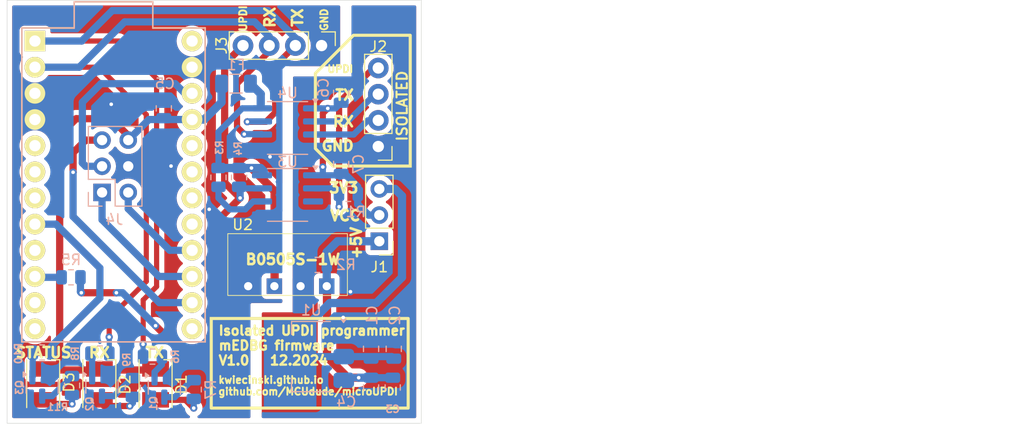
<source format=kicad_pcb>
(kicad_pcb (version 20240108) (generator "pcbnew") (generator_version "8.0")
  (layers (0 "F.Cu" signal) (31 "B.Cu" signal) (34 "B.Paste" user) (35 "F.Paste" user) (36 "B.SilkS" user "B.Silkscreen") (37 "F.SilkS" user "F.Silkscreen") (38 "B.Mask" user) (39 "F.Mask" user) (44 "Edge.Cuts" user))
  (net 0 "")
  (net 1 "GND")
  (net 2 "+5V_ISO")
  (net 3 "+5V")
  (net 4 "UPDI")
  (net 5 "TX")
  (net 6 "RX")
  (net 7 "MOSI")
  (net 8 "MISO")
  (net 9 "CLK")
  (net 10 "RST_ATMEGA")
  (net 11 "STATUS")
  (net 12 "/3V3")
  (net 13 "/VCC")
  (net 14 "/UPDI_ISO")
  (net 15 "/RX_ISO")
  (net 16 "/TX_ISO")
  (net 17 "Net-(D1-K)")
  (net 18 "Net-(D2-K)")
  (net 19 "Net-(D3-K)")
  (net 20 "Net-(U2-VIN)")
  (net 21 "Net-(Q1-B)")
  (net 22 "Net-(Q1-C)")
  (net 23 "Net-(Q2-B)")
  (net 24 "Net-(Q2-C)")
  (net 25 "Net-(Q3-B)")
  (net 26 "Net-(Q3-C)")
  (net 27 "Net-(U3-SCL2)")
  (net 28 "Net-(U5-E6)")
  (net 35 "unconnected-(U5-F7-Pad17)")
  (footprint "promicro:ProMicro" (layer "F.Cu") (at 126.32 67.93 -90)
    (property "Reference" "U5" (hide yes))
    (property "Value" "ProMicro")
    (pad "1" thru_hole rect (at -13.97 7.62 270) (size 2 2) (drill 1.1) (layers "*.Cu" "*.Mask" "F.SilkS") (net 5 "TX"))
    (pad "2" thru_hole circle (at -11.43 7.62 270) (size 2 2) (drill 1.1) (layers "*.Cu" "*.Mask" "F.SilkS") (net 6 "RX"))
    (pad "3" thru_hole circle (at -8.89 7.62 270) (size 2 2) (drill 1.1) (layers "*.Cu" "*.Mask" "F.SilkS") (net 1 "GND"))
    (pad "4" thru_hole circle (at -6.35 7.62 270) (size 2 2) (drill 1.1) (layers "*.Cu" "*.Mask" "F.SilkS") (net 1 "GND"))
    (pad "5" thru_hole circle (at -3.81 7.62 270) (size 2 2) (drill 1.1) (layers "*.Cu" "*.Mask" "F.SilkS"))
    (pad "6" thru_hole circle (at -1.27 7.62 270) (size 2 2) (drill 1.1) (layers "*.Cu" "*.Mask" "F.SilkS"))
    (pad "7" thru_hole circle (at 1.27 7.62 270) (size 2 2) (drill 1.1) (layers "*.Cu" "*.Mask" "F.SilkS"))
    (pad "8" thru_hole circle (at 3.81 7.62 270) (size 2 2) (drill 1.1) (layers "*.Cu" "*.Mask" "F.SilkS") (net 11 "STATUS"))
    (pad "9" thru_hole circle (at 6.35 7.62 270) (size 2 2) (drill 1.1) (layers "*.Cu" "*.Mask" "F.SilkS"))
    (pad "10" thru_hole circle (at 8.89 7.62 270) (size 2 2) (drill 1.1) (layers "*.Cu" "*.Mask" "F.SilkS") (net 28 "Net-(U5-E6)"))
    (pad "11" thru_hole circle (at 11.43 7.62 270) (size 2 2) (drill 1.1) (layers "*.Cu" "*.Mask" "F.SilkS"))
    (pad "12" thru_hole circle (at 13.97 7.62 270) (size 2 2) (drill 1.1) (layers "*.Cu" "*.Mask" "F.SilkS"))
    (pad "13" thru_hole circle (at 13.97 -7.62 270) (size 2 2) (drill 1.1) (layers "*.Cu" "*.Mask" "F.SilkS"))
    (pad "14" thru_hole circle (at 11.43 -7.62 270) (size 2 2) (drill 1.1) (layers "*.Cu" "*.Mask" "F.SilkS") (net 7 "MOSI"))
    (pad "15" thru_hole circle (at 8.89 -7.62 270) (size 2 2) (drill 1.1) (layers "*.Cu" "*.Mask" "F.SilkS") (net 8 "MISO"))
    (pad "16" thru_hole circle (at 6.35 -7.62 270) (size 2 2) (drill 1.1) (layers "*.Cu" "*.Mask" "F.SilkS") (net 9 "CLK"))
    (pad "17" thru_hole circle (at 3.81 -7.62 270) (size 2 2) (drill 1.1) (layers "*.Cu" "*.Mask" "F.SilkS") (net 35 "unconnected-(U5-F7-Pad17)"))
    (pad "18" thru_hole circle (at 1.27 -7.62 270) (size 2 2) (drill 1.1) (layers "*.Cu" "*.Mask" "F.SilkS"))
    (pad "19" thru_hole circle (at -1.27 -7.62 270) (size 2 2) (drill 1.1) (layers "*.Cu" "*.Mask" "F.SilkS"))
    (pad "20" thru_hole circle (at -3.81 -7.62 270) (size 2 2) (drill 1.1) (layers "*.Cu" "*.Mask" "F.SilkS"))
    (pad "21" thru_hole circle (at -6.35 -7.62 270) (size 2 2) (drill 1.1) (layers "*.Cu" "*.Mask" "F.SilkS") (net 3 "+5V"))
    (pad "22" thru_hole circle (at -8.89 -7.62 270) (size 2 2) (drill 1.1) (layers "*.Cu" "*.Mask" "F.SilkS") (net 10 "RST_ATMEGA"))
    (pad "23" thru_hole circle (at -11.43 -7.62 270) (size 2 2) (drill 1.1) (layers "*.Cu" "*.Mask" "F.SilkS") (net 1 "GND"))
    (pad "24" thru_hole circle (at -13.97 -7.62 270) (size 2 2) (drill 1.1) (layers "*.Cu" "*.Mask" "F.SilkS"))
  )
  (footprint "LED_SMD:LED_PLCC-2_3.4x3.0mm_AK" (layer "F.Cu") (at 130.4 87.3 -90)
    (property "Reference" "D1" (at 0 -2.5 90) (layer "F.SilkS"))
    (property "Value" "TX")
    (pad "1" smd rect (at 1.5 0 270) (size 1.5 2.6) (layers "F.Cu" "F.Paste" "F.Mask") (net 17 "Net-(D1-K)"))
    (pad "2" smd rect (at -1.5 0 270) (size 1.5 2.6) (layers "F.Cu" "F.Paste" "F.Mask") (net 3 "+5V"))
  )
  (footprint "My-Footprints-connectors:PinHeader_1x04_P2.54mm_Vertical_littleBigger" (layer "F.Cu") (at 146.5 54.4 -90)
    (property "Reference" "J3" (at 0 9.7 90) (layer "F.SilkS"))
    (property "Value" "UPDI")
    (pad "1" thru_hole rect (at 0 0 270) (size 2 2) (drill 1.1) (layers "*.Cu" "*.Mask") (net 1 "GND"))
    (pad "2" thru_hole oval (at 0 2.54 270) (size 2 2) (drill 1.1) (layers "*.Cu" "*.Mask") (net 5 "TX"))
    (pad "3" thru_hole oval (at 0 5.08 270) (size 2 2) (drill 1.1) (layers "*.Cu" "*.Mask") (net 6 "RX"))
    (pad "4" thru_hole oval (at 0 7.62 270) (size 2 2) (drill 1.1) (layers "*.Cu" "*.Mask") (net 4 "UPDI"))
  )
  (footprint "LED_SMD:LED_PLCC-2_3.4x3.0mm_AK" (layer "F.Cu") (at 124.95 87.3 -90)
    (property "Reference" "D2" (at 0 -2.5 90) (layer "F.SilkS"))
    (property "Value" "RX")
    (pad "1" smd rect (at 1.5 0 270) (size 1.5 2.6) (layers "F.Cu" "F.Paste" "F.Mask") (net 18 "Net-(D2-K)"))
    (pad "2" smd rect (at -1.5 0 270) (size 1.5 2.6) (layers "F.Cu" "F.Paste" "F.Mask") (net 3 "+5V"))
  )
  (footprint "My-Footprints:B0505S" (layer "F.Cu") (at 148.9625 78.6625 180)
    (property "Reference" "U2" (at 10.112501 6.862503 0) (layer "F.SilkS"))
    (property "Value" "B0505S-1W")
    (pad "1" thru_hole rect (at 9.58 0.9 180) (size 1.5 1.5) (drill 0.8) (layers "*.Cu" "*.Mask") (net 1 "GND"))
    (pad "2" thru_hole rect (at 7.04 0.9 180) (size 1.5 1.5) (drill 0.8) (layers "*.Cu" "*.Mask") (net 20 "Net-(U2-VIN)"))
    (pad "3" thru_hole rect (at 4.5 0.9 180) (size 1.5 1.5) (drill 0.8) (layers "*.Cu" "*.Mask") (net 1 "GND"))
    (pad "4" thru_hole rect (at 1.96 0.9 180) (size 1.5 1.5) (drill 0.8) (layers "*.Cu" "*.Mask") (net 2 "+5V_ISO"))
  )
  (footprint "Connector_PinHeader_2.54mm:PinHeader_1x03_P2.54mm_Vertical" (layer "F.Cu") (at 152.1 73.4 180)
    (property "Reference" "J1" (at 0 -2.5 180) (layer "F.SilkS"))
    (property "Value" "SUPPLY_VOLTAGE_SWITCH")
    (pad "1" thru_hole rect (at 0 0 180) (size 1.7 1.7) (drill 1) (layers "*.Cu" "*.Mask") (net 2 "+5V_ISO"))
    (pad "2" thru_hole oval (at 0 2.54 180) (size 1.7 1.7) (drill 1) (layers "*.Cu" "*.Mask") (net 13 "/VCC"))
    (pad "3" thru_hole oval (at 0 5.08 180) (size 1.7 1.7) (drill 1) (layers "*.Cu" "*.Mask") (net 12 "/3V3"))
  )
  (footprint "LED_SMD:LED_PLCC-2_3.4x3.0mm_AK" (layer "F.Cu") (at 119.5 87.3 -90)
    (property "Reference" "D3" (at -0.2 -2.5 -90) (layer "F.SilkS"))
    (property "Value" "STATUS")
    (pad "1" smd rect (at 1.5 0 270) (size 1.5 2.6) (layers "F.Cu" "F.Paste" "F.Mask") (net 19 "Net-(D3-K)"))
    (pad "2" smd rect (at -1.5 0 270) (size 1.5 2.6) (layers "F.Cu" "F.Paste" "F.Mask") (net 3 "+5V"))
  )
  (footprint "My-Footprints-connectors:PinHeader_1x04_P2.54mm_Vertical_littleBigger" (layer "F.Cu") (at 152 64.2 180)
    (property "Reference" "J2" (at 0 9.7 0) (layer "F.SilkS"))
    (property "Value" "UPDI_ISO")
    (pad "1" thru_hole rect (at 0 0 180) (size 2 2) (drill 1.1) (layers "*.Cu" "*.Mask") (net 1 "GND"))
    (pad "2" thru_hole oval (at 0 2.54 180) (size 2 2) (drill 1.1) (layers "*.Cu" "*.Mask") (net 15 "/RX_ISO"))
    (pad "3" thru_hole oval (at 0 5.08 180) (size 2 2) (drill 1.1) (layers "*.Cu" "*.Mask") (net 16 "/TX_ISO"))
    (pad "4" thru_hole oval (at 0 7.62 180) (size 2 2) (drill 1.1) (layers "*.Cu" "*.Mask") (net 14 "/UPDI_ISO"))
  )
  (footprint "Package_TO_SOT_SMD:SOT-23" (layer "B.Cu") (at 125.2 87.5 -90)
    (property "Reference" "Q2" (at 1.7 1.2 90) (layer "B.SilkS") (effects (font (size 0.7 0.7)) (justify mirror)))
    (property "Value" "BC817")
    (pad "1" smd roundrect (at -0.9375 0.95 270) (size 1.475 0.6) (layers "B.Cu" "B.Paste" "B.Mask") (net 23 "Net-(Q2-B)"))
    (pad "2" smd roundrect (at -0.9375 -0.95 270) (size 1.475 0.6) (layers "B.Cu" "B.Paste" "B.Mask") (net 1 "GND"))
    (pad "3" smd roundrect (at 0.9375 0 270) (size 1.475 0.6) (layers "B.Cu" "B.Paste" "B.Mask") (net 24 "Net-(Q2-C)"))
  )
  (footprint "Capacitor_SMD:C_0805_2012Metric" (layer "B.Cu") (at 151.3 83.85 90)
    (property "Reference" "C1" (at 3.25 0.1 -90) (layer "B.SilkS") (effects (justify mirror)))
    (property "Value" "1u")
    (pad "1" smd roundrect (at -0.95 0 90) (size 1 1.45) (layers "B.Cu" "B.Paste" "B.Mask") (net 12 "/3V3"))
    (pad "2" smd roundrect (at 0.95 0 90) (size 1 1.45) (layers "B.Cu" "B.Paste" "B.Mask") (net 1 "GND"))
  )
  (footprint "Resistor_SMD:R_0805_2012Metric" (layer "B.Cu") (at 122.2 76.9)
    (property "Reference" "R5" (at 0 -1.7 0) (layer "B.SilkS") (effects (justify mirror)))
    (property "Value" "330R")
    (pad "1" smd roundrect (at -0.9125 0) (size 1.025 1.4) (layers "B.Cu" "B.Paste" "B.Mask") (roundrect_rratio 0.243902) (net 28 "Net-(U5-E6)"))
    (pad "2" smd roundrect (at 0.9125 0) (size 1.025 1.4) (layers "B.Cu" "B.Paste" "B.Mask") (roundrect_rratio 0.243902) (net 4 "UPDI"))
  )
  (footprint "Connector_PinHeader_2.54mm:PinHeader_2x03_P2.54mm_Vertical" (layer "B.Cu") (at 125.21 68.66)
    (property "Reference" "J4" (at 1.19 2.64 0) (layer "B.SilkS") (effects (justify mirror)))
    (property "Value" "ISP")
    (pad "1" thru_hole rect (at 0 0) (size 1.7 1.7) (drill 1) (layers "*.Cu" "*.Mask") (net 8 "MISO"))
    (pad "2" thru_hole oval (at 2.54 0) (size 1.7 1.7) (drill 1) (layers "*.Cu" "*.Mask") (net 9 "CLK"))
    (pad "3" thru_hole oval (at 0 -2.54) (size 1.7 1.7) (drill 1) (layers "*.Cu" "*.Mask") (net 10 "RST_ATMEGA"))
    (pad "4" thru_hole oval (at 2.54 -2.54) (size 1.7 1.7) (drill 1) (layers "*.Cu" "*.Mask") (net 1 "GND"))
    (pad "5" thru_hole oval (at 0 -5.08) (size 1.7 1.7) (drill 1) (layers "*.Cu" "*.Mask") (net 7 "MOSI"))
    (pad "6" thru_hole oval (at 2.54 -5.08) (size 1.7 1.7) (drill 1) (layers "*.Cu" "*.Mask") (net 3 "+5V"))
  )
  (footprint "Capacitor_SMD:C_0805_2012Metric" (layer "B.Cu") (at 131.2 60.5 90)
    (property "Reference" "C5" (at 2.4 0.1 0) (layer "B.SilkS") (effects (justify mirror)))
    (property "Value" "100n")
    (pad "1" smd roundrect (at -0.95 0 90) (size 1 1.45) (layers "B.Cu" "B.Paste" "B.Mask") (net 3 "+5V"))
    (pad "2" smd roundrect (at 0.95 0 90) (size 1 1.45) (layers "B.Cu" "B.Paste" "B.Mask") (net 1 "GND"))
  )
  (footprint "Resistor_SMD:R_0805_2012Metric" (layer "B.Cu") (at 136.5 67.2 -90)
    (property "Reference" "R3" (at -2.9 -0.1 -90) (layer "B.SilkS") (effects (font (size 0.7 0.7)) (justify mirror)))
    (property "Value" "10k")
    (pad "1" smd roundrect (at -0.9125 0 270) (size 1.025 1.4) (layers "B.Cu" "B.Paste" "B.Mask") (roundrect_rratio 0.243902) (net 20 "Net-(U2-VIN)"))
    (pad "2" smd roundrect (at 0.9125 0 270) (size 1.025 1.4) (layers "B.Cu" "B.Paste" "B.Mask") (roundrect_rratio 0.243902) (net 27 "Net-(U3-SCL2)"))
  )
  (footprint "Capacitor_SMD:C_0805_2012Metric" (layer "B.Cu") (at 153.4 87.6 -90)
    (property "Reference" "C3" (at 2.1 0 180) (layer "B.SilkS") (effects (font (size 0.7 0.7)) (justify mirror)))
    (property "Value" "100n")
    (pad "1" smd roundrect (at -0.95 0 270) (size 1 1.45) (layers "B.Cu" "B.Paste" "B.Mask") (net 2 "+5V_ISO"))
    (pad "2" smd roundrect (at 0.95 0 270) (size 1 1.45) (layers "B.Cu" "B.Paste" "B.Mask") (net 1 "GND"))
  )
  (footprint "Package_SO:SOIC-8_3.9x4.9mm_P1.27mm" (layer "B.Cu") (at 143.2 62.4 180)
    (property "Reference" "U4" (at 0 3.4 180) (layer "B.SilkS") (effects (justify mirror)))
    (property "Value" "ADuM1281")
    (pad "1" smd roundrect (at -2.475 1.905 180) (size 1.95 0.6) (layers "B.Cu" "B.Paste" "B.Mask") (net 13 "/VCC"))
    (pad "2" smd roundrect (at -2.475 0.635 180) (size 1.95 0.6) (layers "B.Cu" "B.Paste" "B.Mask") (net 16 "/TX_ISO"))
    (pad "3" smd roundrect (at -2.475 -0.635 180) (size 1.95 0.6) (layers "B.Cu" "B.Paste" "B.Mask") (net 15 "/RX_ISO"))
    (pad "4" smd roundrect (at -2.475 -1.905 180) (size 1.95 0.6) (layers "B.Cu" "B.Paste" "B.Mask") (net 1 "GND"))
    (pad "5" smd roundrect (at 2.475 -1.905 180) (size 1.95 0.6) (layers "B.Cu" "B.Paste" "B.Mask") (net 1 "GND"))
    (pad "6" smd roundrect (at 2.475 -0.635 180) (size 1.95 0.6) (layers "B.Cu" "B.Paste" "B.Mask") (net 6 "RX"))
    (pad "7" smd roundrect (at 2.475 0.635 180) (size 1.95 0.6) (layers "B.Cu" "B.Paste" "B.Mask") (net 5 "TX"))
    (pad "8" smd roundrect (at 2.475 1.905 180) (size 1.95 0.6) (layers "B.Cu" "B.Paste" "B.Mask") (net 20 "Net-(U2-VIN)"))
  )
  (footprint "Resistor_SMD:R_0805_2012Metric" (layer "B.Cu") (at 125 84.3)
    (property "Reference" "R8" (at -2.4 0 90) (layer "B.SilkS") (effects (font (size 0.7 0.7)) (justify mirror)))
    (property "Value" "10k")
    (pad "1" smd roundrect (at -0.9125 0) (size 1.025 1.4) (layers "B.Cu" "B.Paste" "B.Mask") (roundrect_rratio 0.243902) (net 23 "Net-(Q2-B)"))
    (pad "2" smd roundrect (at 0.9125 0) (size 1.025 1.4) (layers "B.Cu" "B.Paste" "B.Mask") (roundrect_rratio 0.243902) (net 6 "RX"))
  )
  (footprint "Capacitor_SMD:C_0805_2012Metric" (layer "B.Cu") (at 148.4 65.9 90)
    (property "Reference" "C7" (at 0 1.68 270) (layer "B.SilkS") (effects (justify mirror)))
    (property "Value" "100n")
    (pad "1" smd roundrect (at -0.95 0 90) (size 1 1.45) (layers "B.Cu" "B.Paste" "B.Mask") (net 13 "/VCC"))
    (pad "2" smd roundrect (at 0.95 0 90) (size 1 1.45) (layers "B.Cu" "B.Paste" "B.Mask") (net 1 "GND"))
  )
  (footprint "Resistor_SMD:R_0805_2012Metric" (layer "B.Cu") (at 119.4 84.2)
    (property "Reference" "R10" (at -2.3 0.1 90) (layer "B.SilkS") (effects (font (size 0.7 0.7)) (justify mirror)))
    (property "Value" "10k")
    (pad "1" smd roundrect (at -0.9125 0) (size 1.025 1.4) (layers "B.Cu" "B.Paste" "B.Mask") (roundrect_rratio 0.243902) (net 25 "Net-(Q3-B)"))
    (pad "2" smd roundrect (at 0.9125 0) (size 1.025 1.4) (layers "B.Cu" "B.Paste" "B.Mask") (roundrect_rratio 0.243902) (net 11 "STATUS"))
  )
  (footprint "Fuse:Fuse_1206_3216Metric" (layer "B.Cu") (at 138.2 58.1 180)
    (property "Reference" "F1" (at 0 1.82 180) (layer "B.SilkS") (effects (justify mirror)))
    (property "Value" "500mA / SMD1206B050TF")
    (pad "1" smd roundrect (at -1.4 0 180) (size 1.25 1.75) (layers "B.Cu" "B.Paste" "B.Mask") (roundrect_rratio 0.2) (net 20 "Net-(U2-VIN)"))
    (pad "2" smd roundrect (at 1.4 0 180) (size 1.25 1.75) (layers "B.Cu" "B.Paste" "B.Mask") (roundrect_rratio 0.2) (net 3 "+5V"))
  )
  (footprint "Resistor_SMD:R_0805_2012Metric" (layer "B.Cu") (at 130.1 84.6 180)
    (property "Reference" "R6" (at -2.2 0 -90) (layer "B.SilkS") (effects (font (size 0.7 0.7)) (justify mirror)))
    (property "Value" "10k")
    (pad "1" smd roundrect (at -0.9125 0 180) (size 1.025 1.4) (layers "B.Cu" "B.Paste" "B.Mask") (roundrect_rratio 0.243902) (net 21 "Net-(Q1-B)"))
    (pad "2" smd roundrect (at 0.9125 0 180) (size 1.025 1.4) (layers "B.Cu" "B.Paste" "B.Mask") (roundrect_rratio 0.243902) (net 5 "TX"))
  )
  (footprint "Resistor_SMD:R_0805_2012Metric" (layer "B.Cu") (at 128.2 87.6 90)
    (property "Reference" "R9" (at 2.7 -0.6 -90) (layer "B.SilkS") (effects (font (size 0.7 0.7)) (justify mirror)))
    (property "Value" "270R")
    (pad "1" smd roundrect (at -0.9125 0 90) (size 1.025 1.4) (layers "B.Cu" "B.Paste" "B.Mask") (roundrect_rratio 0.243902) (net 18 "Net-(D2-K)"))
    (pad "2" smd roundrect (at 0.9125 0 90) (size 1.025 1.4) (layers "B.Cu" "B.Paste" "B.Mask") (roundrect_rratio 0.243902) (net 24 "Net-(Q2-C)"))
  )
  (footprint "Package_TO_SOT_SMD:SOT-23" (layer "B.Cu") (at 131.25 87.6 -90)
    (property "Reference" "Q1" (at 1.55 1.05 -90) (layer "B.SilkS") (effects (font (size 0.7 0.7)) (justify mirror)))
    (property "Value" "BC817")
    (pad "1" smd roundrect (at -0.9375 0.95 270) (size 1.475 0.6) (layers "B.Cu" "B.Paste" "B.Mask") (net 21 "Net-(Q1-B)"))
    (pad "2" smd roundrect (at -0.9375 -0.95 270) (size 1.475 0.6) (layers "B.Cu" "B.Paste" "B.Mask") (net 1 "GND"))
    (pad "3" smd roundrect (at 0.9375 0 270) (size 1.475 0.6) (layers "B.Cu" "B.Paste" "B.Mask") (net 22 "Net-(Q1-C)"))
  )
  (footprint "Capacitor_SMD:C_0805_2012Metric" (layer "B.Cu") (at 153.5 83.85 90)
    (property "Reference" "C2" (at 3.25 0.1 -90) (layer "B.SilkS") (effects (justify mirror)))
    (property "Value" "100n")
    (pad "1" smd roundrect (at -0.95 0 90) (size 1 1.45) (layers "B.Cu" "B.Paste" "B.Mask") (net 12 "/3V3"))
    (pad "2" smd roundrect (at 0.95 0 90) (size 1 1.45) (layers "B.Cu" "B.Paste" "B.Mask") (net 1 "GND"))
  )
  (footprint "Resistor_SMD:R_0805_2012Metric" (layer "B.Cu") (at 149.1 68.8 180)
    (property "Reference" "R1" (at -0.725 -1.75 180) (layer "B.SilkS") (effects (justify mirror)))
    (property "Value" "10k")
    (pad "1" smd roundrect (at -0.9125 0 180) (size 1.025 1.4) (layers "B.Cu" "B.Paste" "B.Mask") (roundrect_rratio 0.243902) (net 13 "/VCC"))
    (pad "2" smd roundrect (at 0.9125 0 180) (size 1.025 1.4) (layers "B.Cu" "B.Paste" "B.Mask") (roundrect_rratio 0.243902) (net 14 "/UPDI_ISO"))
  )
  (footprint "Resistor_SMD:R_0805_2012Metric" (layer "B.Cu") (at 122.3 87.4 90)
    (property "Reference" "R11" (at -2.1 -1.4 180) (layer "B.SilkS") (effects (font (size 0.7 0.7)) (justify mirror)))
    (property "Value" "270R")
    (pad "1" smd roundrect (at -0.9125 0 90) (size 1.025 1.4) (layers "B.Cu" "B.Paste" "B.Mask") (roundrect_rratio 0.243902) (net 19 "Net-(D3-K)"))
    (pad "2" smd roundrect (at 0.9125 0 90) (size 1.025 1.4) (layers "B.Cu" "B.Paste" "B.Mask") (roundrect_rratio 0.243902) (net 26 "Net-(Q3-C)"))
  )
  (footprint "Capacitor_SMD:C_0805_2012Metric" (layer "B.Cu") (at 151.3 87.6 -90)
    (property "Reference" "C4" (at 1.4 2.4 180) (layer "B.SilkS") (effects (justify mirror)))
    (property "Value" "10u")
    (pad "1" smd roundrect (at -0.95 0 270) (size 1 1.45) (layers "B.Cu" "B.Paste" "B.Mask") (net 2 "+5V_ISO"))
    (pad "2" smd roundrect (at 0.95 0 270) (size 1 1.45) (layers "B.Cu" "B.Paste" "B.Mask") (net 1 "GND"))
  )
  (footprint "Resistor_SMD:R_0805_2012Metric" (layer "B.Cu") (at 138.5 67.2 -90)
    (property "Reference" "R4" (at -2.8 0.1 -90) (layer "B.SilkS") (effects (font (size 0.7 0.7)) (justify mirror)))
    (property "Value" "10k")
    (pad "1" smd roundrect (at -0.9125 0 270) (size 1.025 1.4) (layers "B.Cu" "B.Paste" "B.Mask") (roundrect_rratio 0.243902) (net 20 "Net-(U2-VIN)"))
    (pad "2" smd roundrect (at 0.9125 0 270) (size 1.025 1.4) (layers "B.Cu" "B.Paste" "B.Mask") (roundrect_rratio 0.243902) (net 4 "UPDI"))
  )
  (footprint "Package_SO:SOIC-8_3.9x4.9mm_P1.27mm" (layer "B.Cu") (at 143.2 68.9 180)
    (property "Reference" "U3" (at 0 3.2 180) (layer "B.SilkS") (effects (justify mirror)))
    (property "Value" "ADuM1250" (hide yes))
    (pad "1" smd roundrect (at -2.475 1.905 180) (size 1.95 0.6) (layers "B.Cu" "B.Paste" "B.Mask") (net 13 "/VCC"))
    (pad "2" smd roundrect (at -2.475 0.635 180) (size 1.95 0.6) (layers "B.Cu" "B.Paste" "B.Mask") (net 14 "/UPDI_ISO"))
    (pad "3" smd roundrect (at -2.475 -0.635 180) (size 1.95 0.6) (layers "B.Cu" "B.Paste" "B.Mask"))
    (pad "4" smd roundrect (at -2.475 -1.905 180) (size 1.95 0.6) (layers "B.Cu" "B.Paste" "B.Mask") (net 1 "GND"))
    (pad "5" smd roundrect (at 2.475 -1.905 180) (size 1.95 0.6) (layers "B.Cu" "B.Paste" "B.Mask") (net 1 "GND"))
    (pad "6" smd roundrect (at 2.475 -0.635 180) (size 1.95 0.6) (layers "B.Cu" "B.Paste" "B.Mask") (net 27 "Net-(U3-SCL2)"))
    (pad "7" smd roundrect (at 2.475 0.635 180) (size 1.95 0.6) (layers "B.Cu" "B.Paste" "B.Mask") (net 4 "UPDI"))
    (pad "8" smd roundrect (at 2.475 1.905 180) (size 1.95 0.6) (layers "B.Cu" "B.Paste" "B.Mask") (net 20 "Net-(U2-VIN)"))
  )
  (footprint "Package_TO_SOT_SMD:SOT-223-3_TabPin2" (layer "B.Cu") (at 145.5 84.6 180)
    (property "Reference" "U1" (at 0 4.5 180) (layer "B.SilkS") (effects (justify mirror)))
    (property "Value" "AMS1117-3.3")
    (pad "1" smd roundrect (at -3.15 2.3 180) (size 2 1.5) (layers "B.Cu" "B.Paste" "B.Mask") (net 1 "GND"))
    (pad "2" smd roundrect (at -3.15 0 180) (size 2 1.5) (layers "B.Cu" "B.Paste" "B.Mask") (net 12 "/3V3"))
    (pad "2" smd roundrect (at 3.15 0 180) (size 2 3.8) (layers "B.Cu" "B.Paste" "B.Mask") (net 12 "/3V3"))
    (pad "3" smd roundrect (at -3.15 -2.3 180) (size 2 1.5) (layers "B.Cu" "B.Paste" "B.Mask") (net 2 "+5V_ISO"))
  )
  (footprint "Resistor_SMD:R_0805_2012Metric" (layer "B.Cu") (at 146.1 75.7)
    (property "Reference" "R2" (at 2.75 -0.025 0) (layer "B.SilkS") (effects (justify mirror)))
    (property "Value" "470R")
    (pad "1" smd roundrect (at -0.9125 0) (size 1.025 1.4) (layers "B.Cu" "B.Paste" "B.Mask") (roundrect_rratio 0.243902) (net 1 "GND"))
    (pad "2" smd roundrect (at 0.9125 0) (size 1.025 1.4) (layers "B.Cu" "B.Paste" "B.Mask") (roundrect_rratio 0.243902) (net 2 "+5V_ISO"))
  )
  (footprint "Capacitor_SMD:C_0805_2012Metric" (layer "B.Cu") (at 148.4 59 90)
    (property "Reference" "C6" (at 0.5 -1.725 270) (layer "B.SilkS") (effects (justify mirror)))
    (property "Value" "100n")
    (pad "1" smd roundrect (at -0.95 0 90) (size 1 1.45) (layers "B.Cu" "B.Paste" "B.Mask") (net 13 "/VCC"))
    (pad "2" smd roundrect (at 0.95 0 90) (size 1 1.45) (layers "B.Cu" "B.Paste" "B.Mask") (net 1 "GND"))
  )
  (footprint "Resistor_SMD:R_0805_2012Metric" (layer "B.Cu") (at 134.1 87.8 90)
    (property "Reference" "R7" (at 0 1.65 -90) (layer "B.SilkS") (effects (justify mirror)))
    (property "Value" "270R")
    (pad "1" smd roundrect (at -0.9125 0 90) (size 1.025 1.4) (layers "B.Cu" "B.Paste" "B.Mask") (roundrect_rratio 0.243902) (net 17 "Net-(D1-K)"))
    (pad "2" smd roundrect (at 0.9125 0 90) (size 1.025 1.4) (layers "B.Cu" "B.Paste" "B.Mask") (roundrect_rratio 0.243902) (net 22 "Net-(Q1-C)"))
  )
  (footprint "Package_TO_SOT_SMD:SOT-23" (layer "B.Cu") (at 119.4 87.5 -90)
    (property "Reference" "Q3" (at 0.1 2.2 90) (layer "B.SilkS") (effects (font (size 0.7 0.7)) (justify mirror)))
    (property "Value" "BC817")
    (pad "1" smd roundrect (at -0.9375 0.95 270) (size 1.475 0.6) (layers "B.Cu" "B.Paste" "B.Mask") (net 25 "Net-(Q3-B)"))
    (pad "2" smd roundrect (at -0.9375 -0.95 270) (size 1.475 0.6) (layers "B.Cu" "B.Paste" "B.Mask") (net 1 "GND"))
    (pad "3" smd roundrect (at 0.9375 0 270) (size 1.475 0.6) (layers "B.Cu" "B.Paste" "B.Mask") (net 26 "Net-(Q3-C)"))
  )
  (gr_rect (start 141 81) (end 145.9 89.4) (stroke (width 0.2)) (fill solid) (layer "B.Cu") (net 12))
  (gr_rect (start 135.8 80.9) (end 154.9 89.6) (stroke (width 0.3)) (fill none) (layer "F.SilkS"))
  (gr_poly (pts (xy 145.9 59.7) (xy 145.9 57.1) (xy 149.6 53.4) (xy 155.1 53.4) (xy 155.1 66.1) (xy 147.6 66.1) (xy 145.9 64.4) (xy 145.9 59.7)) (stroke (width 0.3)) (fill none) (layer "F.SilkS"))
  (gr_rect (start 116 50) (end 156.175033 91.075033) (stroke (width 0.05)) (fill none) (layer "Edge.Cuts"))
  (gr_text "UPDI" (at 146.965792 57.082542 0) (layer "F.SilkS") (effects (font (size 0.7 0.7) (thickness 0.175) (bold yes)) (justify left bottom)))
  (gr_text "RX" (at 123.8 84.8 0) (layer "F.SilkS") (effects (font (size 1 1) (thickness 0.25) (bold yes)) (justify left bottom)))
  (gr_text "VCC" (at 147.2 71.5 0) (layer "F.SilkS") (effects (font (size 1 1) (thickness 0.25) (bold yes)) (justify left bottom)))
  (gr_text "kwiecinski.github.io\ngithub.com/MCUdude/microUPDI\n" (at 136.4 88.4 0) (layer "F.SilkS") (effects (font (size 0.7 0.7) (thickness 0.175) (bold yes)) (justify left bottom)))
  (gr_text "UPDI" (at 139.3 53.1 90) (layer "F.SilkS") (effects (font (size 0.7 0.7) (thickness 0.175) (bold yes)) (justify left bottom)))
  (gr_text "3V3" (at 147.1 68.8 0) (layer "F.SilkS") (effects (font (size 1 1) (thickness 0.25) (bold yes)) (justify left bottom)))
  (gr_text "TX" (at 129.3 84.8 0) (layer "F.SilkS") (effects (font (size 1 1) (thickness 0.25) (bold yes)) (justify left bottom)))
  (gr_text "+5V" (at 150.45 75.249998 90) (layer "F.SilkS") (effects (font (size 1 1) (thickness 0.25) (bold yes)) (justify left bottom)))
  (gr_text "TX" (at 147.709523 59.794107 0) (layer "F.SilkS") (effects (font (size 1 1) (thickness 0.25) (bold yes)) (justify left bottom)))
  (gr_text "GND" (at 146.37619 64.727439 0) (layer "F.SilkS") (effects (font (size 1 1) (thickness 0.25) (bold yes)) (justify left bottom)))
  (gr_text "GND" (at 147.165 53.07 90) (layer "F.SilkS") (effects (font (size 0.7 0.7) (thickness 0.175) (bold yes)) (justify left bottom)))
  (gr_text "TX" (at 144.758393 52.705893 90) (layer "F.SilkS") (effects (font (size 1 1) (thickness 0.25) (bold yes)) (justify left bottom)))
  (gr_text "RX" (at 147.471428 62.375058 0) (layer "F.SilkS") (effects (font (size 1 1) (thickness 0.25) (bold yes)) (justify left bottom)))
  (gr_text "RX" (at 142.07744 52.8 90) (layer "F.SilkS") (effects (font (size 1 1) (thickness 0.25) (bold yes)) (justify left bottom)))
  (gr_text "B0505S-1W" (at 139 75.75 0) (layer "F.SilkS") (effects (font (size 1 1) (thickness 0.25) (bold yes)) (justify left bottom)))
  (gr_text "ISOLATED" (at 154.9 63.8 90) (layer "F.SilkS") (effects (font (size 1 1) (thickness 0.2) (bold yes)) (justify left bottom)))
  (gr_text "Isolated UPDI programmer\nmEDBG firmware\nV1.0   12.2024" (at 136.4 85.5 0) (layer "F.SilkS") (effects (font (size 0.9 0.9) (thickness 0.225) (bold yes)) (justify left bottom)))
  (gr_text "STATUS" (at 116.7 84.8 0) (layer "F.SilkS") (effects (font (size 1 1) (thickness 0.25) (bold yes)) (justify left bottom)))
  (segment (start 148.6 79) (end 149.3 78.3) (width 0.8) (layer "F.Cu") (net 1))
  (segment (start 145.35 74.9) (end 144.4625 75.7875) (width 0.8) (layer "F.Cu") (net 1))
  (segment (start 119.76 60.1) (end 118.7 59.04) (width 0.5) (layer "F.Cu") (net 1))
  (segment (start 131.9 66.1) (end 131.9 57.1) (width 0.5) (layer "F.Cu") (net 1))
  (segment (start 149.3 78.3) (end 149.3 76.5) (width 0.8) (layer "F.Cu") (net 1))
  (segment (start 131.9 57.1) (end 132.5 56.5) (width 0.5) (layer "F.Cu") (net 1))
  (segment (start 149.3 76.5) (end 147.7 74.9) (width 0.8) (layer "F.Cu") (net 1))
  (segment (start 126.1 60.1) (end 119.76 60.1) (width 0.5) (layer "F.Cu") (net 1))
  (segment (start 132.5 56.5) (end 133.94 56.5) (width 0.5) (layer "F.Cu") (net 1))
  (segment (start 148.6 80.8) (end 148.6 79) (width 0.8) (layer "F.Cu") (net 1))
  (segment (start 144.4625 75.7875) (end 144.4625 77.7625) (width 0.8) (layer "F.Cu") (net 1))
  (segment (start 147.7 74.9) (end 145.35 74.9) (width 0.8) (layer "F.Cu") (net 1))
  (via (at 149.3 78.3) (size 0.7) (drill 0.35) (layers "F.Cu" "B.Cu") (net 1))
  (via (at 141.5 65.2) (size 0.7) (drill 0.35) (layers "F.Cu" "B.Cu") (net 1))
  (via (at 135.6 70.3) (size 0.7) (drill 0.35) (layers "F.Cu" "B.Cu") (net 1))
  (via (at 148.6 80.8) (size 0.7) (drill 0.35) (layers "F.Cu" "B.Cu") (net 1))
  (via (at 126.1 60.1) (size 0.7) (drill 0.35) (layers "F.Cu" "B.Cu") (net 1))
  (via (at 131.9 66.1) (size 0.7) (drill 0.35) (layers "F.Cu" "B.Cu") (net 1))
  (segment (start 131.88 66.12) (end 131.9 66.1) (width 0.5) (layer "B.Cu") (net 1))
  (segment (start 144 64.8) (end 144 71.65) (width 0.5) (layer "B.Cu") (net 1))
  (segment (start 149.25 82.9) (end 148.65 82.3) (width 0.8) (layer "B.Cu") (net 1))
  (segment (start 140.725 64.305) (end 142.395 64.305) (width 0.6) (layer "B.Cu") (net 1))
  (segment (start 136 56.5) (end 136.225 56.275) (width 0.7) (layer "B.Cu") (net 1))
  (segment (start 151.895 64.305) (end 152 64.2) (width 0.6) (layer "B.Cu") (net 1))
  (segment (start 144.1 71.75) (end 144.485 72.135) (width 0.6) (layer "B.Cu") (net 1))
  (segment (start 127.75 66.12) (end 131.88 66.12) (width 0.5) (layer "B.Cu") (net 1))
  (segment (start 136.225 56.275) (end 142.125 56.275) (width 0.7) (layer "B.Cu") (net 1))
  (segment (start 133.94 56.5) (end 136 56.5) (width 0.7) (layer "B.Cu") (net 1))
  (segment (start 140.87 70.8) (end 140.6 70.8) (width 0.7) (layer "B.Cu") (net 1))
  (segment (start 139.3 72.1) (end 139.405 72.205) (width 0.7) (layer "B.Cu") (net 1))
  (segment (start 144.485 77.74) (end 144.485 73.395) (width 0.8) (layer "B.Cu") (net 1))
  (segment (start 127.6 81.8) (end 127.6 84.9) (width 0.6) (layer "B.Cu") (net 1))
  (segment (start 124.9 56.5) (end 133.94 56.5) (width 0.5) (layer "B.Cu") (net 1))
  (segment (start 144.485 73.395) (end 144.485 72.135) (width 0.6) (layer "B.Cu") (net 1))
  (segment (start 145.675 64.305) (end 144.495 64.305) (width 0.6) (layer "B.Cu") (net 1))
  (segment (start 122.1 84.55) (end 122.1 83.9) (width 0.6) (layer "B.Cu") (net 1))
  (segment (start 148.65 82.3) (end 148.65 80.85) (width 0.8) (layer "B.Cu") (net 1))
  (segment (start 122.36 59.04) (end 124.9 56.5) (width 0.5) (layer "B.Cu") (net 1))
  (segment (start 127.1 81.3) (end 127.6 81.8) (width 0.6) (layer "B.Cu") (net 1))
  (segment (start 144.1 64.7) (end 144 64.8) (width 0.5) (layer "B.Cu") (net 1))
  (segment (start 142 70.8) (end 140.87 70.8) (width 0.6) (layer "B.Cu") (net 1))
  (segment (start 148.65 80.85) (end 148.6 80.8) (width 0.8) (layer "B.Cu") (net 1))
  (segment (start 142.395 64.305) (end 142.4 64.3) (width 0.6) (layer "B.Cu") (net 1))
  (segment (start 144.4625 77.7625) (end 144.485 77.74) (width 0.8) (layer "B.Cu") (net 1))
  (segment (start 122.1 83.9) (end 124.7 81.3) (width 0.6) (layer "B.Cu") (net 1))
  (segment (start 142.395 70.405) (end 142 70.8) (width 0.6) (layer "B.Cu") (net 1))
  (segment (start 142.4 56.55) (end 142.125 56.275) (width 0.6) (layer "B.Cu") (net 1))
  (segment (start 120.35 86.5625) (end 120.35 86.3) (width 0.6) (layer "B.Cu") (net 1))
  (segment (start 144.495 64.305) (end 144.1 64.7) (width 0.6) (layer "B.Cu") (net 1))
  (segment (start 120.35 86.3) (end 122.1 84.55) (width 0.6) (layer "B.Cu") (net 1))
  (segment (start 142.395 64.305) (end 142.395 70.405) (width 0.6) (layer "B.Cu") (net 1))
  (segment (start 126.65 59.55) (end 126.1 60.1) (width 0.5) (layer "B.Cu") (net 1))
  (segment (start 118.7 59.04) (end 122.36 59.04) (width 0.5) (layer "B.Cu") (net 1))
  (segment (start 139.405 72.205) (end 139.405 73.395) (width 0.7) (layer "B.Cu") (net 1))
  (segment (start 153.5 82.9) (end 149.25 82.9) (width 0.8) (layer "B.Cu") (net 1))
  (segment (start 144 71.65) (end 144.1 71.75) (width 0.5) (layer "B.Cu") (net 1))
  (segment (start 142.4 64.3) (end 142.4 56.55) (width 0.6) (layer "B.Cu") (net 1))
  (segment (start 126.15 86.35) (end 126.15 86.5625) (width 0.6) (layer "B.Cu") (net 1))
  (segment (start 140.6 70.8) (end 139.3 72.1) (width 0.7) (layer "B.Cu") (net 1))
  (segment (start 127.6 84.9) (end 126.15 86.35) (width 0.6) (layer "B.Cu") (net 1))
  (segment (start 144.485 72.135) (end 145.82 70.8) (width 0.6) (layer "B.Cu") (net 1))
  (segment (start 131.2 59.55) (end 126.65 59.55) (width 0.5) (layer "B.Cu") (net 1))
  (segment (start 145.675 64.305) (end 151.895 64.305) (width 0.6) (layer "B.Cu") (net 1))
  (segment (start 124.7 81.3) (end 127.1 81.3) (width 0.6) (layer "B.Cu") (net 1))
  (segment (start 147.025 84.625) (end 147.025 77.785) (width 0.8) (layer "F.Cu") (net 2))
  (segment (start 147.025 77.785) (end 147.0025 77.7625) (width 0.8) (layer "F.Cu") (net 2))
  (segment (start 150.1 86.65) (end 149.05 86.65) (width 0.8) (layer "F.Cu") (net 2))
  (segment (start 149.05 86.65) (end 147.025 84.625) (width 0.8) (layer "F.Cu") (net 2))
  (via (at 150.1 86.65) (size 0.7) (drill 0.35) (layers "F.Cu" "B.Cu") (net 2))
  (segment (start 152.095 73.395) (end 152.1 73.4) (width 0.6) (layer "B.Cu") (net 2))
  (segment (start 151.3 86.65) (end 150.1 86.65) (width 0.8) (layer "B.Cu") (net 2))
  (segment (start 153.5 86.65) (end 150.1 86.65) (width 0.7) (layer "B.Cu") (net 2))
  (segment (start 150.1 86.65) (end 148.9 86.65) (width 0.7) (layer "B.Cu") (net 2))
  (segment (start 148.05 73.4) (end 147.0025 74.4475) (width 0.8) (layer "B.Cu") (net 2))
  (segment (start 152.1 73.4) (end 148.05 73.4) (width 0.8) (layer "B.Cu") (net 2))
  (segment (start 148.9 86.65) (end 148.65 86.9) (width 0.7) (layer "B.Cu") (net 2))
  (segment (start 147.0025 74.4475) (end 147.0025 77.7625) (width 0.8) (layer "B.Cu") (net 2))
  (segment (start 119.6 85.9) (end 119.5 85.8) (width 0.7) (layer "F.Cu") (net 3))
  (segment (start 130 85.9) (end 121.1 85.9) (width 0.7) (layer "F.Cu") (net 3))
  (segment (start 127.75 63.15) (end 126.1 61.5) (width 0.7) (layer "F.Cu") (net 3))
  (segment (start 122.7 61.5) (end 121.1 63.1) (width 0.7) (layer "F.Cu") (net 3))
  (segment (start 127.75 63.58) (end 127.75 63.15) (width 0.7) (layer "F.Cu") (net 3))
  (segment (start 126.1 61.5) (end 122.7 61.5) (width 0.7) (layer "F.Cu") (net 3))
  (segment (start 121.1 63.1) (end 121.1 85.9) (width 0.7) (layer "F.Cu") (net 3))
  (segment (start 121.1 85.9) (end 119.6 85.9) (width 0.7) (layer "F.Cu") (net 3))
  (segment (start 136.8 59.9) (end 136.8 58.1) (width 0.8) (layer "B.Cu") (net 3))
  (segment (start 129.75 61.58) (end 127.75 63.58) (width 0.7) (layer "B.Cu") (net 3))
  (segment (start 133.94 61.58) (end 135.12 61.58) (width 0.8) (layer "B.Cu") (net 3))
  (segment (start 135.12 61.58) (end 136.8 59.9) (width 0.8) (layer "B.Cu") (net 3))
  (segment (start 133.94 61.58) (end 129.75 61.58) (width 0.7) (layer "B.Cu") (net 3))
  (segment (start 135.6 84.5) (end 136.8 83.3) (width 0.7) (layer "F.Cu") (net 4))
  (segment (start 136.8 83.3) (end 136.8 71) (width 0.7) (layer "F.Cu") (net 4))
  (segment (start 133.3 84.5) (end 135.6 84.5) (width 0.7) (layer "F.Cu") (net 4))
  (segment (start 138.6 69.2) (end 137.1 67.7) (width 0.7) (layer "F.Cu") (net 4))
  (segment (start 137.1 56.18) (end 138.88 54.4) (width 0.7) (layer "F.Cu") (net 4))
  (segment (start 130.4 81.6) (end 133.3 84.5) (width 0.7) (layer "F.Cu") (net 4))
  (segment (start 136.8 71) (end 138.6 69.2) (width 0.7) (layer "F.Cu") (net 4))
  (segment (start 123.2 78.4) (end 126.6 78.4) (width 0.7) (layer "F.Cu") (net 4))
  (segment (start 137.1 67.7) (end 137.1 56.18) (width 0.7) (layer "F.Cu") (net 4))
  (via (at 138.6 69.2) (size 0.7) (drill 0.35) (layers "F.Cu" "B.Cu") (net 4))
  (via (at 123.2 78.4) (size 0.7) (drill 0.35) (layers "F.Cu" "B.Cu") (net 4))
  (via (at 126.6 78.4) (size 0.7) (drill 0.35) (layers "F.Cu" "B.Cu") (net 4))
  (via (at 130.4 81.6) (size 0.7) (drill 0.35) (layers "F.Cu" "B.Cu") (net 4))
  (segment (start 138.6 69.2) (end 138.6 68.2125) (width 0.7) (layer "B.Cu") (net 4))
  (segment (start 138.6 68.2125) (end 138.5 68.1125) (width 0.7) (layer "B.Cu") (net 4))
  (segment (start 127.2 78.4) (end 126.6 78.4) (width 0.7) (layer "B.Cu") (net 4))
  (segment (start 123.1125 78.3125) (end 123.2 78.4) (width 0.7) (layer "B.Cu") (net 4))
  (segment (start 138.6475 68.26) (end 138.5 68.1125) (width 0.6) (layer "B.Cu") (net 4))
  (segment (start 130.4 81.6) (end 127.2 78.4) (width 0.7) (layer "B.Cu") (net 4))
  (segment (start 140.87 68.26) (end 138.6475 68.26) (width 0.6) (layer "B.Cu") (net 4))
  (segment (start 123.1125 76.9) (end 123.1125 78.3125) (width 0.7) (layer "B.Cu") (net 4))
  (segment (start 129.2 83.3875) (end 129.2 79.1) (width 0.5) (layer "F.Cu") (net 5))
  (segment (start 126.86 53.96) (end 118.7 53.96) (width 0.5) (layer "F.Cu") (net 5))
  (segment (start 139.3 61.8) (end 141.1 61.8) (width 0.6) (layer "F.Cu") (net 5))
  (segment (start 129.1875 83.4) (end 129.2 83.3875) (width 0.5) (layer "F.Cu") (net 5))
  (segment (start 130.5 57.6) (end 126.86 53.96) (width 0.5) (layer "F.Cu") (net 5))
  (segment (start 130.5 77.8) (end 130.5 57.6) (width 0.5) (layer "F.Cu") (net 5))
  (segment (start 129.2 79.1) (end 130.5 77.8) (width 0.5) (layer "F.Cu") (net 5))
  (segment (start 142 56.36) (end 143.96 54.4) (width 0.6) (layer "F.Cu") (net 5))
  (segment (start 141.1 61.8) (end 142 60.9) (width 0.6) (layer "F.Cu") (net 5))
  (segment (start 142 60.9) (end 142 56.36) (width 0.6) (layer "F.Cu") (net 5))
  (via (at 129.1875 83.4) (size 0.7) (drill 0.35) (layers "F.Cu" "B.Cu") (net 5))
  (via (at 139.3 61.8) (size 0.7) (drill 0.35) (layers "F.Cu" "B.Cu") (net 5))
  (segment (start 141.3 51) (end 143.96 53.66) (width 0.7) (layer "B.Cu") (net 5))
  (segment (start 140.725 61.765) (end 139.335 61.765) (width 0.6) (layer "B.Cu") (net 5))
  (segment (start 143.96 53.66) (end 143.96 54.4) (width 0.7) (layer "B.Cu") (net 5))
  (segment (start 129.1875 83.4) (end 129.1875 84.6) (width 0.5) (layer "B.Cu") (net 5))
  (segment (start 123.24 53.96) (end 126.2 51) (width 0.7) (layer "B.Cu") (net 5))
  (segment (start 139.335 61.765) (end 139.3 61.8) (width 0.6) (layer "B.Cu") (net 5))
  (segment (start 126.2 51) (end 141.3 51) (width 0.7) (layer "B.Cu") (net 5))
  (segment (start 118.7 53.96) (end 123.24 53.96) (width 0.7) (layer "B.Cu") (net 5))
  (segment (start 125.9 82.7) (end 125.9 80.9) (width 0.5) (layer "F.Cu") (net 6))
  (segment (start 129.5 77.3) (end 129.5 61.1) (width 0.5) (layer "F.Cu") (net 6))
  (segment (start 138.3 58.1) (end 138.3 62.1) (width 0.6) (layer "F.Cu") (net 6))
  (segment (start 139.9 56.5) (end 138.3 58.1) (width 0.6) (layer "F.Cu") (net 6))
  (segment (start 141.42 54.98) (end 139.9 56.5) (width 0.6) (layer "F.Cu") (net 6))
  (segment (start 141.42 54.4) (end 141.42 54.98) (width 0.6) (layer "F.Cu") (net 6))
  (segment (start 129.5 61.1) (end 124.9 56.5) (width 0.5) (layer "F.Cu") (net 6))
  (segment (start 125.9 80.9) (end 129.5 77.3) (width 0.5) (layer "F.Cu") (net 6))
  (segment (start 138.3 62.3) (end 139 63) (width 0.6) (layer "F.Cu") (net 6))
  (segment (start 124.9 56.5) (end 118.7 56.5) (width 0.5) (layer "F.Cu") (net 6))
  (segment (start 138.3 62.1) (end 138.3 62.3) (width 0.6) (layer "F.Cu") (net 6))
  (via (at 125.9 82.7) (size 0.7) (drill 0.35) (layers "F.Cu" "B.Cu") (net 6))
  (via (at 139 63) (size 0.7) (drill 0.35) (layers "F.Cu" "B.Cu") (net 6))
  (segment (start 140.69 63) (end 140.725 63.035) (width 0.6) (layer "B.Cu") (net 6))
  (segment (start 125.9125 82.7125) (end 125.9 82.7) (width 0.5) (layer "B.Cu") (net 6))
  (segment (start 123 56.5) (end 127.4 52.1) (width 0.7) (layer "B.Cu") (net 6))
  (segment (start 139 63) (end 140.69 63) (width 0.6) (layer "B.Cu") (net 6))
  (segment (start 141.42 53.52) (end 141.42 54.4) (width 0.7) (layer "B.Cu") (net 6))
  (segment (start 118.7 56.5) (end 123 56.5) (width 0.7) (layer "B.Cu") (net 6))
  (segment (start 125.9125 84.3) (end 125.9125 82.7125) (width 0.5) (layer "B.Cu") (net 6))
  (segment (start 127.4 52.1) (end 140 52.1) (width 0.7) (layer "B.Cu") (net 6))
  (segment (start 140 52.1) (end 141.42 53.52) (width 0.7) (layer "B.Cu") (net 6))
  (segment (start 122.4 64.8) (end 123.62 63.58) (width 0.7) (layer "F.Cu") (net 7))
  (segment (start 122.4 66.7) (end 122.4 64.8) (width 0.7) (layer "F.Cu") (net 7))
  (segment (start 123.62 63.58) (end 125.21 63.58) (width 0.7) (layer "F.Cu") (net 7))
  (via (at 122.4 66.7) (size 0.7) (drill 0.35) (layers "F.Cu" "B.Cu") (net 7))
  (segment (start 130.76 79.36) (end 122.4 71) (width 0.7) (layer "B.Cu") (net 7))
  (segment (start 122.4 71) (end 122.4 66.7) (width 0.7) (layer "B.Cu") (net 7))
  (segment (start 133.94 79.36) (end 130.76 79.36) (width 0.7) (layer "B.Cu") (net 7))
  (segment (start 125.21 71.31) (end 125.21 68.66) (width 0.7) (layer "B.Cu") (net 8))
  (segment (start 133.94 76.82) (end 130.72 76.82) (width 0.7) (layer "B.Cu") (net 8))
  (segment (start 130.72 76.82) (end 125.21 71.31) (width 0.7) (layer "B.Cu") (net 8))
  (segment (start 127.75 70.25) (end 127.75 68.66) (width 0.7) (layer "B.Cu") (net 9))
  (segment (start 131.78 74.28) (end 127.75 70.25) (width 0.7) (layer "B.Cu") (net 9))
  (segment (start 133.94 74.28) (end 131.78 74.28) (width 0.7) (layer "B.Cu") (net 9))
  (segment (start 123.62 66.12) (end 125.21 66.12) (width 0.7) (layer "B.Cu") (net 10))
  (segment (start 133.94 59.04) (end 133.24 59.04) (width 0.7) (layer "B.Cu") (net 10))
  (segment (start 133.24 59.04) (end 132.3 58.1) (width 0.7) (layer "B.Cu") (net 10))
  (segment (start 125.1 58.1) (end 123.3 59.9) (width 0.7) (layer "B.Cu") (net 10))
  (segment (start 123.3 59.9) (end 123.3 65.8) (width 0.7) (layer "B.Cu") (net 10))
  (segment (start 132.3 58.1) (end 125.1 58.1) (width 0.7) (layer "B.Cu") (net 10))
  (segment (start 123.3 65.8) (end 123.62 66.12) (width 0.7) (layer "B.Cu") (net 10))
  (segment (start 120.3125 83.5875) (end 120.3125 84.6) (width 0.7) (layer "B.Cu") (net 11))
  (segment (start 125 76) (end 125 78.9) (width 0.7) (layer "B.Cu") (net 11))
  (segment (start 118.7 71.74) (end 120.74 71.74) (width 0.7) (layer "B.Cu") (net 11))
  (segment (start 125 78.9) (end 120.3125 83.5875) (width 0.7) (layer "B.Cu") (net 11))
  (segment (start 120.74 71.74) (end 125 76) (width 0.7) (layer "B.Cu") (net 11))
  (segment (start 151.8 79.4) (end 154.3 76.9) (width 0.8) (layer "B.Cu") (net 12))
  (segment (start 148.65 84.6) (end 153.3 84.6) (width 0.7) (layer "B.Cu") (net 12))
  (segment (start 153.3 84.6) (end 153.5 84.8) (width 0.7) (layer "B.Cu") (net 12))
  (segment (start 143.45 85.2) (end 143.45 83.25) (width 0.8) (layer "B.Cu") (net 12))
  (segment (start 148.65 84.6) (end 142.35 84.6) (width 0.7) (layer "B.Cu") (net 12))
  (segment (start 154.3 69) (end 153.62 68.32) (width 0.8) (layer "B.Cu") (net 12))
  (segment (start 153.62 68.32) (end 152.1 68.32) (width 0.8) (layer "B.Cu") (net 12))
  (segment (start 154.3 76.9) (end 154.3 69) (width 0.8) (layer "B.Cu") (net 12))
  (segment (start 143.45 83.25) (end 147.3 79.4) (width 0.8) (layer "B.Cu") (net 12))
  (segment (start 147.3 79.4) (end 151.8 79.4) (width 0.8) (layer "B.Cu") (net 12))
  (segment (start 146.6225 66.1875) (end 146.6225 60.9775) (width 0.6) (layer "F.Cu") (net 13))
  (segment (start 146.6225 60.9775) (end 147.1 60.5) (width 0.6) (layer "F.Cu") (net 13))
  (via (at 147.1 60.5) (size 0.7) (drill 0.35) (layers "F.Cu" "B.Cu") (net 13))
  (via (at 146.6225 66.1875) (size 0.7) (drill 0.35) (layers "F.Cu" "B.Cu") (net 13))
  (segment (start 148.2075 66.995) (end 148.3 67.0875) (width 0.6) (layer "B.Cu") (net 13))
  (segment (start 147.85 60.5) (end 148.4 59.95) (width 0.6) (layer "B.Cu") (net 13))
  (segment (start 150 68.1) (end 148.85 66.95) (width 0.7) (layer "B.Cu") (net 13))
  (segment (start 148.325 66.95) (end 148.325 67.0625) (width 0.7) (layer "B.Cu") (net 13))
  (segment (start 147.1 60.5) (end 145.68 60.5) (width 0.6) (layer "B.Cu") (net 13))
  (segment (start 148.325 67.0625) (end 148.3 67.0875) (width 0.7) (layer "B.Cu") (net 13))
  (segment (start 145.675 66.995) (end 146.6225 66.995) (width 0.6) (layer "B.Cu") (net 13))
  (segment (start 151.06 70.86) (end 150 69.8) (width 0.7) (layer "B.Cu") (net 13))
  (segment (start 145.68 60.5) (end 145.675 60.495) (width 0.6) (layer "B.Cu") (net 13))
  (segment (start 150 69.8) (end 150 68.1) (width 0.7) (layer "B.Cu") (net 13))
  (segment (start 146.6225 66.995) (end 148.2075 66.995) (width 0.6) (layer "B.Cu") (net 13))
  (segment (start 147.1 60.5) (end 147.85 60.5) (width 0.6) (layer "B.Cu") (net 13))
  (segment (start 146.6225 66.995) (end 146.6225 66.1875) (width 0.6) (layer "B.Cu") (net 13))
  (segment (start 152.1 70.86) (end 151.06 70.86) (width 0.7) (layer "B.Cu") (net 13))
  (segment (start 148.85 66.95) (end 148.325 66.95) (width 0.7) (layer "B.Cu") (net 13))
  (segment (start 148.2 59.9) (end 151.52 56.58) (width 0.6) (layer "F.Cu") (net 14))
  (segment (start 148.2 70.05) (end 148.2 59.9) (width 0.6) (layer "F.Cu") (net 14))
  (segment (start 151.52 56.58) (end 152 56.58) (width 0.6) (layer "F.Cu") (net 14))
  (via (at 148.2 70.05) (size 0.7) (drill 0.35) (layers "F.Cu" "B.Cu") (net 14))
  (segment (start 148.2 69.0125) (end 148.3 68.9125) (width 0.6) (layer "B.Cu") (net 14))
  (segment (start 148.2 70.05) (end 148.2 69.0125) (width 0.6) (layer "B.Cu") (net 14))
  (segment (start 147.6475 68.26) (end 145.82 68.26) (width 0.6) (layer "B.Cu") (net 14))
  (segment (start 148.3 68.9125) (end 147.6475 68.26) (width 0.6) (layer "B.Cu") (net 14))
  (segment (start 145.675 63.035) (end 149.615 63.035) (width 0.6) (layer "B.Cu") (net 15))
  (segment (start 149.615 63.035) (end 150.99 61.66) (width 0.6) (layer "B.Cu") (net 15))
  (segment (start 150.99 61.66) (end 152 61.66) (width 0.6) (layer "B.Cu") (net 15))
  (segment (start 151.68 59.12) (end 152 59.12) (width 0.6) (layer "B.Cu") (net 16))
  (segment (start 149.035 61.765) (end 151.68 59.12) (width 0.6) (layer "B.Cu") (net 16))
  (segment (start 145.675 61.765) (end 149.035 61.765) (width 0.6) (layer "B.Cu") (net 16))
  (segment (start 130.4 88.8) (end 133.3 88.8) (width 0.6) (layer "F.Cu") (net 17))
  (segment (start 133.3 88.8) (end 134.1 89.6) (width 0.6) (layer "F.Cu") (net 17))
  (via (at 134.1 89.6) (size 0.7) (drill 0.35) (layers "F.Cu" "B.Cu") (net 17))
  (segment (start 134.1 88.7125) (end 134.1 89.6) (width 0.6) (layer "B.Cu") (net 17))
  (segment (start 127.9 89.4) (end 125.4 89.4) (width 0.6) (layer "F.Cu") (net 18))
  (segment (start 125.4 89.4) (end 124.8 88.8) (width 0.6) (layer "F.Cu") (net 18))
  (via (at 127.9 89.4) (size 0.7) (drill 0.35) (layers "F.Cu" "B.Cu") (net 18))
  (segment (start 128.2 88.5125) (end 128.2 89.1) (width 0.6) (layer "B.Cu") (net 18))
  (segment (start 128.2 89.1) (end 127.9 89.4) (width 0.6) (layer "B.Cu") (net 18))
  (segment (start 119.9 89.2) (end 119.5 88.8) (width 0.6) (layer "F.Cu") (net 19))
  (segment (start 122.3 89.2) (end 119.9 89.2) (width 0.6) (layer "F.Cu") (net 19))
  (via (at 122.3 89.2) (size 0.7) (drill 0.35) (layers "F.Cu" "B.Cu") (net 19))
  (segment (start 122.3 88.6125) (end 122.3 89.2) (width 0.6) (layer "B.Cu") (net 19))
  (segment (start 141.945 68.5325) (end 139.7 66.2875) (width 0.8) (layer "F.Cu") (net 20))
  (segment (start 141.945 77.74) (end 141.945 68.5325) (width 0.8) (layer "F.Cu") (net 20))
  (segment (start 141.9225 77.7625) (end 141.945 77.74) (width 0.8) (layer "F.Cu") (net 20))
  (via (at 139.7 66.2875) (size 0.7) (drill 0.35) (layers "F.Cu" "B.Cu") (net 20))
  (segment (start 138.805 60.495) (end 136.5 62.8) (width 0.6) (layer "B.Cu") (net 20))
  (segment (start 139.6 58.1) (end 140.6 59.1) (width 0.8) (layer "B.Cu") (net 20))
  (segment (start 140.6 59.1) (end 140.6 60.1) (width 0.8) (layer "B.Cu") (net 20))
  (segment (start 136.5 66.2875) (end 138.5 66.2875) (width 0.8) (layer "B.Cu") (net 20))
  (segment (start 140.725 60.495) (end 138.805 60.495) (width 0.6) (layer "B.Cu") (net 20))
  (segment (start 138.5 66.2875) (end 139.7 66.2875) (width 0.8) (layer "B.Cu") (net 20))
  (segment (start 136.5 62.8) (end 136.5 66.2875) (width 0.6) (layer "B.Cu") (net 20))
  (segment (start 139.7 66.2875) (end 140.5875 66.2875) (width 0.8) (layer "B.Cu") (net 20))
  (segment (start 140.5875 66.2875) (end 140.9 66.6) (width 0.8) (layer "B.Cu") (net 20))
  (segment (start 130.3 86.1) (end 131.0125 85.3875) (width 0.6) (layer "B.Cu") (net 21))
  (segment (start 130.3 86.6625) (end 130.3 86.1) (width 0.6) (layer "B.Cu") (net 21))
  (segment (start 131.0125 85.3875) (end 131.0125 84.6) (width 0.6) (layer "B.Cu") (net 21))
  (segment (start 133.9125 86.8875) (end 134.1 86.8875) (width 0.6) (layer "B.Cu") (net 22))
  (segment (start 131.25 88.5375) (end 132.2625 88.5375) (width 0.6) (layer "B.Cu") (net 22))
  (segment (start 132.2625 88.5375) (end 133.9125 86.8875) (width 0.6) (layer "B.Cu") (net 22))
  (segment (start 124.25 86.5625) (end 124.25 84.4625) (width 0.6) (layer "B.Cu") (net 23))
  (segment (start 124.25 84.4625) (end 124.0875 84.3) (width 0.6) (layer "B.Cu") (net 23))
  (segment (start 125.2 88.4375) (end 126.3625 88.4375) (width 0.6) (layer "B.Cu") (net 24))
  (segment (start 128.1125 86.6875) (end 128.2 86.6875) (width 0.6) (layer "B.Cu") (net 24))
  (segment (start 126.3625 88.4375) (end 128.1125 86.6875) (width 0.6) (layer "B.Cu") (net 24))
  (segment (start 118.4875 86.525) (end 118.45 86.5625) (width 0.6) (layer "B.Cu") (net 25))
  (segment (start 118.4875 84.6) (end 118.4875 86.525) (width 0.6) (layer "B.Cu") (net 25))
  (segment (start 122.3 86.5) (end 122.3 86.4875) (width 0.6) (layer "B.Cu") (net 26))
  (segment (start 120.3625 88.4375) (end 122.3 86.5) (width 0.6) (layer "B.Cu") (net 26))
  (segment (start 119.4 88.4375) (end 120.3625 88.4375) (width 0.6) (layer "B.Cu") (net 26))
  (segment (start 139.1 70.3) (end 137.6 70.3) (width 0.6) (layer "B.Cu") (net 27))
  (segment (start 136.5 69.2) (end 136.5 68.1125) (width 0.6) (layer "B.Cu") (net 27))
  (segment (start 137.6 70.3) (end 136.5 69.2) (width 0.6) (layer "B.Cu") (net 27))
  (segment (start 139.87 69.53) (end 139.1 70.3) (width 0.6) (layer "B.Cu") (net 27))
  (segment (start 140.87 69.53) (end 139.87 69.53) (width 0.6) (layer "B.Cu") (net 27))
  (segment (start 118.78 76.9) (end 118.7 76.82) (width 0.7) (layer "B.Cu") (net 28))
  (segment (start 121.2875 76.9) (end 118.78 76.9) (width 0.7) (layer "B.Cu") (net 28))
  (segment (start 134.3 71.7) (end 134.2 71.8) (width 0.7) (layer "B.Cu") (net 35))
  (zone (net 1) (net_name "GND") (layers "F&B.Cu") (connect_pads yes (clearance 0.5)) (min_thickness 0.25) (fill yes (thermal_gap 0.5) (thermal_bridge_width 0.5))
    (polygon (pts (xy 156.05 50) (xy 156.05 91.05) (xy 115.946911 91.05) (xy 115.903195 50)))
  )
  (zone (net 0) (net_name "") (layers "F&B.Cu") (connect_pads (clearance 0)) (min_thickness 0.25)
    (keepout (tracks not_allowed) (vias not_allowed) (pads not_allowed) (copperpour not_allowed) (footprints allowed))
    (fill (thermal_gap 0.5) (thermal_bridge_width 0.5))
    (polygon (pts (xy 143.7 79.4) (xy 143.7 80.3) (xy 140.7 80.3) (xy 140.7 91.1) (xy 139.6 91.1) (xy 139.6 79.5) (xy 139.705 79.395) (xy 143.695 79.395)))
  )
  (zone (net 0) (net_name "") (layers "F&B.Cu") (connect_pads (clearance 0)) (min_thickness 0.25)
    (keepout (tracks allowed) (vias allowed) (pads allowed) (copperpour not_allowed) (footprints allowed))
    (fill (thermal_gap 0.5) (thermal_bridge_width 0.5))
    (polygon (pts (xy 142.7 56.7) (xy 143 56.4) (xy 148.3 56.4) (xy 148.3 50) (xy 149.4 50) (xy 149.4 57.4) (xy 143.735 57.4) (xy 143.7 79.4) (xy 142.695 79.395)))
  )
)
</source>
